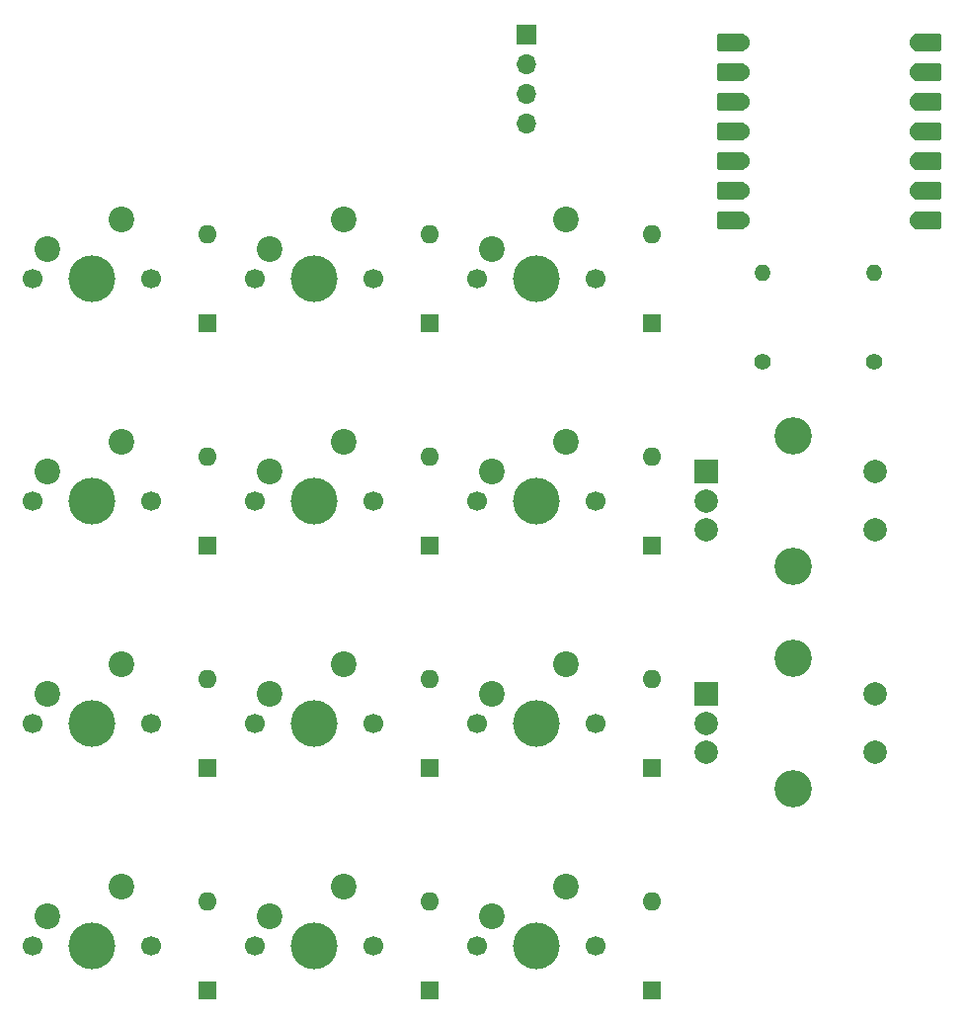
<source format=gbr>
%TF.GenerationSoftware,KiCad,Pcbnew,8.0.8*%
%TF.CreationDate,2025-02-19T23:36:16+01:00*%
%TF.ProjectId,Hackpad2.0,4861636b-7061-4643-922e-302e6b696361,rev?*%
%TF.SameCoordinates,Original*%
%TF.FileFunction,Soldermask,Top*%
%TF.FilePolarity,Negative*%
%FSLAX46Y46*%
G04 Gerber Fmt 4.6, Leading zero omitted, Abs format (unit mm)*
G04 Created by KiCad (PCBNEW 8.0.8) date 2025-02-19 23:36:16*
%MOMM*%
%LPD*%
G01*
G04 APERTURE LIST*
G04 Aperture macros list*
%AMRoundRect*
0 Rectangle with rounded corners*
0 $1 Rounding radius*
0 $2 $3 $4 $5 $6 $7 $8 $9 X,Y pos of 4 corners*
0 Add a 4 corners polygon primitive as box body*
4,1,4,$2,$3,$4,$5,$6,$7,$8,$9,$2,$3,0*
0 Add four circle primitives for the rounded corners*
1,1,$1+$1,$2,$3*
1,1,$1+$1,$4,$5*
1,1,$1+$1,$6,$7*
1,1,$1+$1,$8,$9*
0 Add four rect primitives between the rounded corners*
20,1,$1+$1,$2,$3,$4,$5,0*
20,1,$1+$1,$4,$5,$6,$7,0*
20,1,$1+$1,$6,$7,$8,$9,0*
20,1,$1+$1,$8,$9,$2,$3,0*%
G04 Aperture macros list end*
%ADD10C,1.700000*%
%ADD11C,4.000000*%
%ADD12C,2.200000*%
%ADD13C,1.400000*%
%ADD14O,1.400000X1.400000*%
%ADD15R,1.700000X1.700000*%
%ADD16O,1.700000X1.700000*%
%ADD17R,2.000000X2.000000*%
%ADD18C,2.000000*%
%ADD19C,3.200000*%
%ADD20RoundRect,0.152400X1.063600X0.609600X-1.063600X0.609600X-1.063600X-0.609600X1.063600X-0.609600X0*%
%ADD21C,1.524000*%
%ADD22RoundRect,0.152400X-1.063600X-0.609600X1.063600X-0.609600X1.063600X0.609600X-1.063600X0.609600X0*%
%ADD23R,1.600000X1.600000*%
%ADD24O,1.600000X1.600000*%
G04 APERTURE END LIST*
D10*
%TO.C,SW12*%
X132715000Y-59531250D03*
D11*
X137795000Y-59531250D03*
D10*
X142875000Y-59531250D03*
D12*
X140335000Y-54451250D03*
X133985000Y-56991250D03*
%TD*%
D10*
%TO.C,SW3*%
X151765000Y-78581250D03*
D11*
X156845000Y-78581250D03*
D10*
X161925000Y-78581250D03*
D12*
X159385000Y-73501250D03*
X153035000Y-76041250D03*
%TD*%
D13*
%TO.C,R1*%
X176212500Y-66675000D03*
D14*
X176212500Y-59055000D03*
%TD*%
D10*
%TO.C,SW7*%
X113665000Y-78581250D03*
D11*
X118745000Y-78581250D03*
D10*
X123825000Y-78581250D03*
D12*
X121285000Y-73501250D03*
X114935000Y-76041250D03*
%TD*%
D10*
%TO.C,SW6*%
X151765000Y-59531250D03*
D11*
X156845000Y-59531250D03*
D10*
X161925000Y-59531250D03*
D12*
X159385000Y-54451250D03*
X153035000Y-56991250D03*
%TD*%
D10*
%TO.C,SW1*%
X132715000Y-116681250D03*
D11*
X137795000Y-116681250D03*
D10*
X142875000Y-116681250D03*
D12*
X140335000Y-111601250D03*
X133985000Y-114141250D03*
%TD*%
D10*
%TO.C,SW9*%
X113665000Y-59531250D03*
D11*
X118745000Y-59531250D03*
D10*
X123825000Y-59531250D03*
D12*
X121285000Y-54451250D03*
X114935000Y-56991250D03*
%TD*%
D10*
%TO.C,SW5*%
X151765000Y-97631250D03*
D11*
X156845000Y-97631250D03*
D10*
X161925000Y-97631250D03*
D12*
X159385000Y-92551250D03*
X153035000Y-95091250D03*
%TD*%
D13*
%TO.C,R2*%
X185737500Y-66675000D03*
D14*
X185737500Y-59055000D03*
%TD*%
D10*
%TO.C,SW10*%
X132715000Y-78581250D03*
D11*
X137795000Y-78581250D03*
D10*
X142875000Y-78581250D03*
D12*
X140335000Y-73501250D03*
X133985000Y-76041250D03*
%TD*%
D10*
%TO.C,SW11*%
X132715000Y-97631250D03*
D11*
X137795000Y-97631250D03*
D10*
X142875000Y-97631250D03*
D12*
X140335000Y-92551250D03*
X133985000Y-95091250D03*
%TD*%
D10*
%TO.C,SW2*%
X151765000Y-116681250D03*
D11*
X156845000Y-116681250D03*
D10*
X161925000Y-116681250D03*
D12*
X159385000Y-111601250D03*
X153035000Y-114141250D03*
%TD*%
D15*
%TO.C,J1*%
X156000000Y-38610000D03*
D16*
X156000000Y-41150000D03*
X156000000Y-43690000D03*
X156000000Y-46230000D03*
%TD*%
D10*
%TO.C,SW4*%
X113665000Y-116681250D03*
D11*
X118745000Y-116681250D03*
D10*
X123825000Y-116681250D03*
D12*
X121285000Y-111601250D03*
X114935000Y-114141250D03*
%TD*%
D17*
%TO.C,SW14*%
X171343750Y-76081250D03*
D18*
X171343750Y-81081250D03*
X171343750Y-78581250D03*
D19*
X178843750Y-72981250D03*
X178843750Y-84181250D03*
D18*
X185843750Y-81081250D03*
X185843750Y-76081250D03*
%TD*%
D17*
%TO.C,SW13*%
X171343750Y-95131250D03*
D18*
X171343750Y-100131250D03*
X171343750Y-97631250D03*
D19*
X178843750Y-92031250D03*
X178843750Y-103231250D03*
D18*
X185843750Y-100131250D03*
X185843750Y-95131250D03*
%TD*%
D20*
%TO.C,U1*%
X173475000Y-39330000D03*
D21*
X174310000Y-39330000D03*
D20*
X173475000Y-41870000D03*
D21*
X174310000Y-41870000D03*
D20*
X173475000Y-44410000D03*
D21*
X174310000Y-44410000D03*
D20*
X173475000Y-46950000D03*
D21*
X174310000Y-46950000D03*
D20*
X173475000Y-49490000D03*
D21*
X174310000Y-49490000D03*
D20*
X173475000Y-52030000D03*
D21*
X174310000Y-52030000D03*
D20*
X173475000Y-54570000D03*
D21*
X174310000Y-54570000D03*
X189550000Y-54570000D03*
D22*
X190385000Y-54570000D03*
D21*
X189550000Y-52030000D03*
D22*
X190385000Y-52030000D03*
D21*
X189550000Y-49490000D03*
D22*
X190385000Y-49490000D03*
D21*
X189550000Y-46950000D03*
D22*
X190385000Y-46950000D03*
D21*
X189550000Y-44410000D03*
D22*
X190385000Y-44410000D03*
D21*
X189550000Y-41870000D03*
D22*
X190385000Y-41870000D03*
D21*
X189550000Y-39330000D03*
D22*
X190385000Y-39330000D03*
%TD*%
D10*
%TO.C,SW8*%
X113665000Y-97631250D03*
D11*
X118745000Y-97631250D03*
D10*
X123825000Y-97631250D03*
D12*
X121285000Y-92551250D03*
X114935000Y-95091250D03*
%TD*%
D23*
%TO.C,D18*%
X166687500Y-120491250D03*
D24*
X166687500Y-112871250D03*
%TD*%
D23*
%TO.C,D15*%
X166687500Y-63341250D03*
D24*
X166687500Y-55721250D03*
%TD*%
D23*
%TO.C,D16*%
X128587500Y-82391250D03*
D24*
X128587500Y-74771250D03*
%TD*%
D23*
%TO.C,D21*%
X128587500Y-63341250D03*
D24*
X128587500Y-55721250D03*
%TD*%
D23*
%TO.C,D17*%
X147637500Y-120491250D03*
D24*
X147637500Y-112871250D03*
%TD*%
D23*
%TO.C,D22*%
X147637500Y-82391250D03*
D24*
X147637500Y-74771250D03*
%TD*%
D23*
%TO.C,D20*%
X128587500Y-120491250D03*
D24*
X128587500Y-112871250D03*
%TD*%
D23*
%TO.C,D23*%
X147637500Y-101441250D03*
D24*
X147637500Y-93821250D03*
%TD*%
D23*
%TO.C,D8*%
X166687500Y-82391250D03*
D24*
X166687500Y-74771250D03*
%TD*%
D23*
%TO.C,D9*%
X166687500Y-101441250D03*
D24*
X166687500Y-93821250D03*
%TD*%
D23*
%TO.C,D24*%
X147637500Y-63341250D03*
D24*
X147637500Y-55721250D03*
%TD*%
D23*
%TO.C,D19*%
X128587500Y-101441250D03*
D24*
X128587500Y-93821250D03*
%TD*%
M02*

</source>
